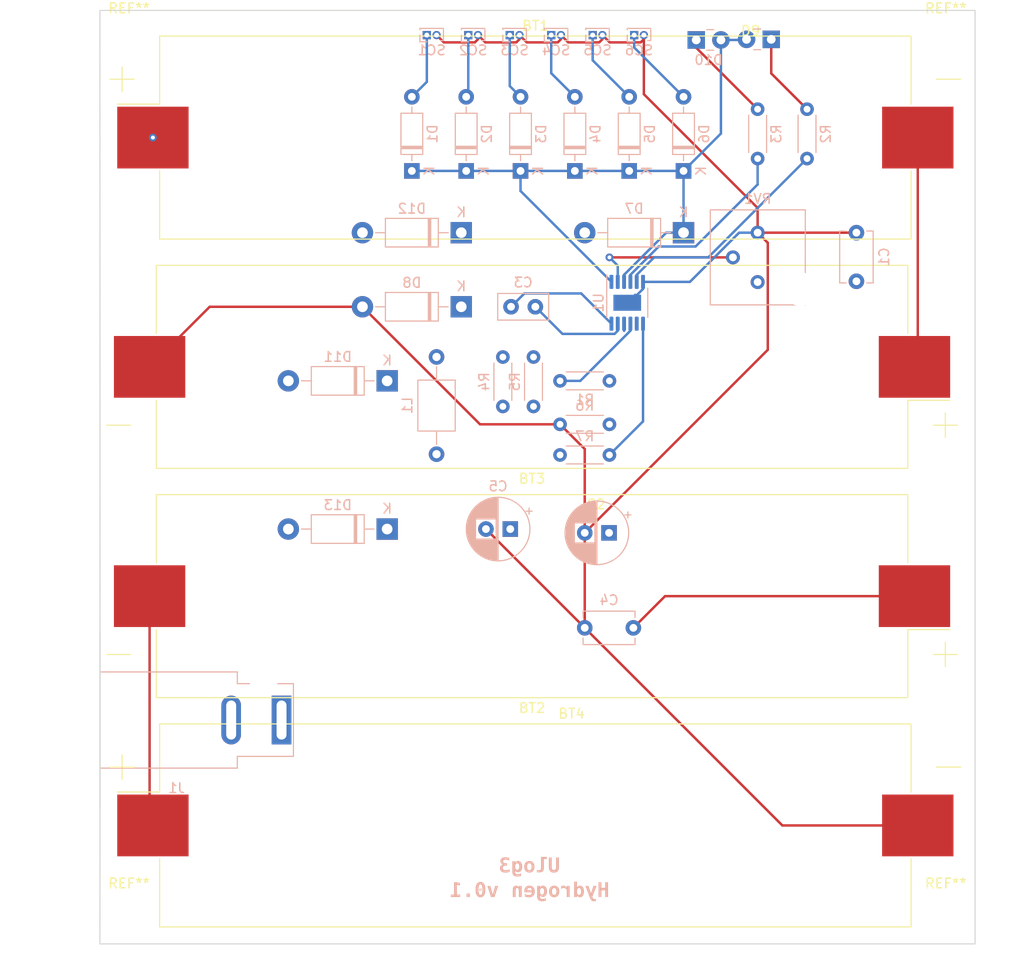
<source format=kicad_pcb>
(kicad_pcb (version 20240108) (generator "pcbnew") (generator_version "8.0")
  (layers (0 "F.Cu" signal) (1 "In1.Cu" signal) (2 "In2.Cu" signal) (31 "B.Cu" signal) (34 "B.Paste" user) (35 "F.Paste" user) (36 "B.SilkS" user "B.Silkscreen") (37 "F.SilkS" user "F.Silkscreen") (38 "B.Mask" user) (39 "F.Mask" user) (44 "Edge.Cuts" user))
  (net 0 "")
  (net 1 "Net-(BT1-+)")
  (net 2 "Net-(BT1--)")
  (net 3 "Net-(BT2--)")
  (net 4 "GND")
  (net 5 "/BatteryCharger/in")
  (net 6 "Net-(D11-K)")
  (net 7 "Net-(D8-K)")
  (net 8 "Net-(D1-A)")
  (net 9 "Net-(D2-A)")
  (net 10 "Net-(D3-A)")
  (net 11 "Net-(D4-A)")
  (net 12 "Net-(D5-A)")
  (net 13 "Net-(D6-A)")
  (net 14 "Net-(D7-A)")
  (net 15 "Net-(D9-K)")
  (net 16 "Net-(D10-K)")
  (net 17 "VBUS")
  (net 18 "Net-(U1-SENSE)")
  (net 19 "Net-(R1-Pad2)")
  (net 20 "/BatteryCharger/fault")
  (net 21 "/BatteryCharger/chrg")
  (net 22 "Net-(U1-V_{FB})")
  (net 23 "Net-(U1-V_{IN_REG})")
  (footprint "MountingHole:MountingHole_2.1mm" (layer "F.Cu") (at 103 126)
    (property "Reference" "REF**" (at 0 -3.2 0) (layer "F.SilkS"))
    (property "Value" "MountingHole_2.1mm")
    (pad "" np_thru_hole circle (at 0 0) (size 2.1 2.1) (drill 2.1) (layers "*.Mask" "F.Cu" "In1.Cu" "In2.Cu" "B.Cu"))
  )
  (footprint "Battery:BatteryHolder_Keystone_1042_1x18650" (layer "F.Cu") (at 144.44 93.26 180)
    (property "Reference" "BT2" (at 0 -11.5 0) (layer "F.SilkS"))
    (property "Value" "Battery_Cell")
    (pad "" np_thru_hole circle (at -35.93 -8 180) (size 2.39 2.39) (drill 2.39) (layers "*.Cu" "*.Mask"))
    (pad "" np_thru_hole circle (at -27.6 8 180) (size 3.45 3.45) (drill 3.45) (layers "*.Cu" "*.Mask"))
    (pad "" np_thru_hole circle (at 27.6 -8 180) (size 3.45 3.45) (drill 3.45) (layers "*.Cu" "*.Mask"))
    (pad "1" smd rect (at -39.33 0 180) (size 7.34 6.35) (layers "F.Cu" "F.Paste" "F.Mask") (net 1 "Net-(BT1-+)"))
    (pad "2" smd rect (at 39.33 0 180) (size 7.34 6.35) (layers "F.Cu" "F.Paste" "F.Mask") (net 3 "Net-(BT2--)"))
  )
  (footprint "Battery:BatteryHolder_Keystone_1042_1x18650" (layer "F.Cu") (at 144.78 46.1)
    (property "Reference" "BT1" (at 0 -11.5 0) (layer "F.SilkS"))
    (property "Value" "Battery_Cell")
    (pad "" np_thru_hole circle (at -35.93 -8) (size 2.39 2.39) (drill 2.39) (layers "*.Cu" "*.Mask"))
    (pad "" np_thru_hole circle (at -27.6 8) (size 3.45 3.45) (drill 3.45) (layers "*.Cu" "*.Mask"))
    (pad "" np_thru_hole circle (at 27.6 -8) (size 3.45 3.45) (drill 3.45) (layers "*.Cu" "*.Mask"))
    (pad "1" smd rect (at -39.33 0) (size 7.34 6.35) (layers "F.Cu" "F.Paste" "F.Mask") (net 1 "Net-(BT1-+)"))
    (pad "2" smd rect (at 39.33 0) (size 7.34 6.35) (layers "F.Cu" "F.Paste" "F.Mask") (net 2 "Net-(BT1--)"))
  )
  (footprint "MountingHole:MountingHole_2.1mm" (layer "F.Cu") (at 187 126)
    (property "Reference" "REF**" (at 0 -3.2 0) (layer "F.SilkS"))
    (property "Value" "MountingHole_2.1mm")
    (pad "" np_thru_hole circle (at 0 0) (size 2.1 2.1) (drill 2.1) (layers "*.Mask" "F.Cu" "In1.Cu" "In2.Cu" "B.Cu"))
  )
  (footprint "Battery:BatteryHolder_Keystone_1042_1x18650" (layer "F.Cu") (at 144.78 116.84)
    (property "Reference" "BT4" (at 3.72 -11.5 0) (layer "F.SilkS"))
    (property "Value" "Battery_Cell")
    (pad "" np_thru_hole circle (at -35.93 -8) (size 2.39 2.39) (drill 2.39) (layers "*.Cu" "*.Mask"))
    (pad "" np_thru_hole circle (at -27.6 8) (size 3.45 3.45) (drill 3.45) (layers "*.Cu" "*.Mask"))
    (pad "" np_thru_hole circle (at 27.6 -8) (size 3.45 3.45) (drill 3.45) (layers "*.Cu" "*.Mask"))
    (pad "1" smd rect (at -39.33 0) (size 7.34 6.35) (layers "F.Cu" "F.Paste" "F.Mask") (net 3 "Net-(BT2--)"))
    (pad "2" smd rect (at 39.33 0) (size 7.34 6.35) (layers "F.Cu" "F.Paste" "F.Mask") (net 4 "GND"))
  )
  (footprint "MountingHole:MountingHole_2.1mm" (layer "F.Cu") (at 187 36)
    (property "Reference" "REF**" (at 0 -3.2 0) (layer "F.SilkS"))
    (property "Value" "MountingHole_2.1mm")
    (pad "" np_thru_hole circle (at 0 0) (size 2.1 2.1) (drill 2.1) (layers "*.Cu" "*.Mask"))
  )
  (footprint "MountingHole:MountingHole_2.1mm" (layer "F.Cu") (at 103 36)
    (property "Reference" "REF**" (at 0 -3.2 0) (layer "F.SilkS"))
    (property "Value" "MountingHole_2.1mm")
    (pad "" np_thru_hole circle (at 0 0) (size 2.1 2.1) (drill 2.1) (layers "*.Mask" "F.Cu" "In1.Cu" "In2.Cu" "B.Cu"))
  )
  (footprint "Battery:BatteryHolder_Keystone_1042_1x18650" (layer "F.Cu") (at 144.44 69.68 180)
    (property "Reference" "BT3" (at 0 -11.5 0) (layer "F.SilkS"))
    (property "Value" "Battery_Cell")
    (pad "" np_thru_hole circle (at -35.93 -8 180) (size 2.39 2.39) (drill 2.39) (layers "*.Cu" "*.Mask"))
    (pad "" np_thru_hole circle (at -27.6 8 180) (size 3.45 3.45) (drill 3.45) (layers "*.Cu" "*.Mask"))
    (pad "" np_thru_hole circle (at 27.6 -8 180) (size 3.45 3.45) (drill 3.45) (layers "*.Cu" "*.Mask"))
    (pad "1" smd rect (at -39.33 0 180) (size 7.34 6.35) (layers "F.Cu" "F.Paste" "F.Mask") (net 2 "Net-(BT1--)"))
    (pad "2" smd rect (at 39.33 0 180) (size 7.34 6.35) (layers "F.Cu" "F.Paste" "F.Mask") (net 4 "GND"))
  )
  (footprint "Diode_THT:D_DO-35_SOD27_P7.62mm_Horizontal" (layer "B.Cu") (at 160.02 49.53 90)
    (property "Reference" "D6" (at 3.81 2.12 90) (layer "B.SilkS") (effects (justify mirror)))
    (property "Value" "D_Schottky")
    (fp_text user "K" (at 0 1.8 90) (layer "B.SilkS") (effects (justify mirror)))
    (pad "1" thru_hole rect (at 0 0 90) (size 1.6 1.6) (drill 0.8) (layers "*.Cu" "*.Mask") (net 5 "/BatteryCharger/in"))
    (pad "2" thru_hole oval (at 7.62 0 90) (size 1.6 1.6) (drill 0.8) (layers "*.Cu" "*.Mask") (net 13 "Net-(D6-A)"))
  )
  (footprint "Connector_PinHeader_1.00mm:PinHeader_2x01_P1.00mm_Vertical" (layer "B.Cu") (at 146.412 35.56)
    (property "Reference" "SC4" (at 0.5 1.56 0) (layer "B.SilkS") (effects (justify mirror)))
    (property "Value" "Solar_Cells")
    (pad "1" thru_hole rect (at 0 0) (size 0.85 0.85) (drill 0.5) (layers "*.Cu" "*.Mask") (net 11 "Net-(D4-A)"))
    (pad "2" thru_hole oval (at 1 0) (size 0.85 0.85) (drill 0.5) (layers "*.Cu" "*.Mask") (net 4 "GND"))
  )
  (footprint "Inductor_THT:L_Axial_L5.0mm_D3.6mm_P10.00mm_Horizontal_Murata_BL01RN1A2A2" (layer "B.Cu") (at 134.62 68.66 -90)
    (property "Reference" "L1" (at 5 3 90) (layer "B.SilkS") (effects (justify mirror)))
    (property "Value" "68uH")
    (pad "1" thru_hole circle (at 0 0 270) (size 1.6 1.6) (drill 0.85) (layers "*.Cu" "*.Mask") (net 7 "Net-(D8-K)"))
    (pad "2" thru_hole oval (at 10 0 270) (size 1.6 1.6) (drill 0.85) (layers "*.Cu" "*.Mask") (net 18 "Net-(U1-SENSE)"))
  )
  (footprint "Connector_BarrelJack:BarrelJack_SwitchcraftConxall_RAPC10U_Horizontal" (layer "B.Cu") (at 118.68 106)
    (property "Reference" "J1" (at -10.8 7 0) (layer "B.SilkS") (effects (justify mirror)))
    (property "Value" "Barrel_Jack")
    (fp_line (start -18.67 9) (end -18.67 -9) (stroke (width 0.12)) (layer "Edge.Cuts"))
    (pad "1" thru_hole rect (at 0 0) (size 2.02 5.02) (drill oval 1.02 4.02) (layers "*.Cu" "*.Mask") (net 14 "Net-(D7-A)"))
    (pad "2" thru_hole oval (at -5.18 0) (size 2.02 5.02) (drill oval 1.02 4.02) (layers "*.Cu" "*.Mask") (net 4 "GND"))
  )
  (footprint "Resistor_THT:R_Axial_DIN0204_L3.6mm_D1.6mm_P5.08mm_Horizontal" (layer "B.Cu") (at 141.44 68.67 -90)
    (property "Reference" "R4" (at 2.54 1.92 90) (layer "B.SilkS") (effects (justify mirror)))
    (property "Value" "0.22")
    (pad "1" thru_hole circle (at 0 0 270) (size 1.4 1.4) (drill 0.7) (layers "*.Cu" "*.Mask") (net 18 "Net-(U1-SENSE)"))
    (pad "2" thru_hole oval (at 5.08 0 270) (size 1.4 1.4) (drill 0.7) (layers "*.Cu" "*.Mask") (net 1 "Net-(BT1-+)"))
  )
  (footprint "Capacitor_THT:C_Disc_D5.1mm_W3.2mm_P5.00mm" (layer "B.Cu") (at 177.8 60.88 90)
    (property "Reference" "C1" (at 2.5 2.85 90) (layer "B.SilkS") (effects (justify mirror)))
    (property "Value" "10uF")
    (pad "1" thru_hole circle (at 0 0 90) (size 1.6 1.6) (drill 0.8) (layers "*.Cu" "*.Mask") (net 5 "/BatteryCharger/in"))
    (pad "2" thru_hole circle (at 5 0 90) (size 1.6 1.6) (drill 0.8) (layers "*.Cu" "*.Mask") (net 4 "GND"))
  )
  (footprint "Diode_THT:D_DO-41_SOD81_P10.16mm_Horizontal" (layer "B.Cu") (at 129.54 86.36 180)
    (property "Reference" "D13" (at 5.08 2.47 0) (layer "B.SilkS") (effects (justify mirror)))
    (property "Value" "1N5819")
    (fp_text user "K" (at 0 2.1 0) (layer "B.SilkS") (effects (justify mirror)))
    (pad "1" thru_hole rect (at 0 0 180) (size 2.2 2.2) (drill 1.1) (layers "*.Cu" "*.Mask") (net 17 "VBUS"))
    (pad "2" thru_hole oval (at 10.16 0 180) (size 2.2 2.2) (drill 1.1) (layers "*.Cu" "*.Mask") (net 1 "Net-(BT1-+)"))
  )
  (footprint "Resistor_THT:R_Axial_DIN0204_L3.6mm_D1.6mm_P5.08mm_Horizontal" (layer "B.Cu") (at 152.4 75.59 180)
    (property "Reference" "R6" (at 2.54 1.92 0) (layer "B.SilkS") (effects (justify mirror)))
    (property "Value" "446k")
    (pad "1" thru_hole circle (at 0 0 180) (size 1.4 1.4) (drill 0.7) (layers "*.Cu" "*.Mask") (net 19 "Net-(R1-Pad2)"))
    (pad "2" thru_hole oval (at 5.08 0 180) (size 1.4 1.4) (drill 0.7) (layers "*.Cu" "*.Mask") (net 4 "GND"))
  )
  (footprint "Resistor_THT:R_Axial_DIN0204_L3.6mm_D1.6mm_P5.08mm_Horizontal" (layer "B.Cu") (at 147.32 71.12)
    (property "Reference" "R1" (at 2.54 1.92 0) (layer "B.SilkS") (effects (justify mirror)))
    (property "Value" "568k")
    (pad "1" thru_hole circle (at 0 0) (size 1.4 1.4) (drill 0.7) (layers "*.Cu" "*.Mask") (net 1 "Net-(BT1-+)"))
    (pad "2" thru_hole oval (at 5.08 0) (size 1.4 1.4) (drill 0.7) (layers "*.Cu" "*.Mask") (net 19 "Net-(R1-Pad2)"))
  )
  (footprint "Capacitor_THT:CP_Radial_D6.3mm_P2.50mm" (layer "B.Cu") (at 152.36 86.75 180)
    (property "Reference" "C2" (at 1.353569 2.93 0) (layer "F.SilkS"))
    (property "Value" "100uF")
    (pad "1" thru_hole rect (at 0 0 180) (size 1.6 1.6) (drill 0.8) (layers "*.Cu" "*.Mask") (net 1 "Net-(BT1-+)"))
    (pad "2" thru_hole circle (at 2.5 0 180) (size 1.6 1.6) (drill 0.8) (layers "*.Cu" "*.Mask") (net 4 "GND"))
  )
  (footprint "Capacitor_THT:CP_Radial_D6.3mm_P2.50mm" (layer "B.Cu") (at 142.2 86.36 180)
    (property "Reference" "C5" (at 1.25 4.4 0) (layer "B.SilkS") (effects (justify mirror)))
    (property "Value" "100uF 16v")
    (pad "1" thru_hole rect (at 0 0 180) (size 1.6 1.6) (drill 0.8) (layers "*.Cu" "*.Mask") (net 1 "Net-(BT1-+)"))
    (pad "2" thru_hole circle (at 2.5 0 180) (size 1.6 1.6) (drill 0.8) (layers "*.Cu" "*.Mask") (net 4 "GND"))
  )
  (footprint "Potentiometer_THT:Potentiometer_Bourns_3386P_Vertical" (layer "B.Cu") (at 167.64 60.96 180)
    (property "Reference" "RV1" (at -0.015 8.555 0) (layer "B.SilkS") (effects (justify mirror)))
    (property "Value" "10k")
    (pad "1" thru_hole circle (at 0 0 180) (size 1.44 1.44) (drill 0.8) (layers "*.Cu" "*.Mask") (net 5 "/BatteryCharger/in"))
    (pad "2" thru_hole circle (at 2.54 2.54 180) (size 1.44 1.44) (drill 0.8) (layers "*.Cu" "*.Mask") (net 23 "Net-(U1-V_{IN_REG})"))
    (pad "3" thru_hole circle (at 0 5.08 180) (size 1.44 1.44) (drill 0.8) (layers "*.Cu" "*.Mask") (net 4 "GND"))
  )
  (footprint "Resistor_THT:R_Axial_DIN0204_L3.6mm_D1.6mm_P5.08mm_Horizontal" (layer "B.Cu") (at 144.59 68.67 -90)
    (property "Reference" "R5" (at 2.54 1.92 90) (layer "B.SilkS") (effects (justify mirror)))
    (property "Value" "0.5")
    (pad "1" thru_hole circle (at 0 0 270) (size 1.4 1.4) (drill 0.7) (layers "*.Cu" "*.Mask") (net 1 "Net-(BT1-+)"))
    (pad "2" thru_hole oval (at 5.08 0 270) (size 1.4 1.4) (drill 0.7) (layers "*.Cu" "*.Mask") (net 18 "Net-(U1-SENSE)"))
  )
  (footprint "Diode_THT:D_DO-41_SOD81_P10.16mm_Horizontal" (layer "B.Cu") (at 160.02 55.88 180)
    (property "Reference" "D7" (at 5.08 2.47 0) (layer "B.SilkS") (effects (justify mirror)))
    (property "Value" "1N5819")
    (fp_text user "K" (at 0 2.1 0) (layer "B.SilkS") (effects (justify mirror)))
    (pad "1" thru_hole rect (at 0 0 180) (size 2.2 2.2) (drill 1.1) (layers "*.Cu" "*.Mask") (net 5 "/BatteryCharger/in"))
    (pad "2" thru_hole oval (at 10.16 0 180) (size 2.2 2.2) (drill 1.1) (layers "*.Cu" "*.Mask") (net 14 "Net-(D7-A)"))
  )
  (footprint "Diode_THT:D_DO-41_SOD81_P10.16mm_Horizontal" (layer "B.Cu") (at 129.54 71.12 180)
    (property "Reference" "D11" (at 5.08 2.47 0) (layer "B.SilkS") (effects (justify mirror)))
    (property "Value" "1N5819")
    (fp_text user "K" (at 0 2.1 0) (layer "B.SilkS") (effects (justify mirror)))
    (pad "1" thru_hole rect (at 0 0 180) (size 2.2 2.2) (drill 1.1) (layers "*.Cu" "*.Mask") (net 6 "Net-(D11-K)"))
    (pad "2" thru_hole oval (at 10.16 0 180) (size 2.2 2.2) (drill 1.1) (layers "*.Cu" "*.Mask") (net 1 "Net-(BT1-+)"))
  )
  (footprint "Diode_THT:D_DO-35_SOD27_P7.62mm_Horizontal" (layer "B.Cu") (at 137.668 49.53 90)
    (property "Reference" "D2" (at 3.81 2.12 90) (layer "B.SilkS") (effects (justify mirror)))
    (property "Value" "D_Schottky")
    (fp_text user "K" (at 0 1.8 90) (layer "B.SilkS") (effects (justify mirror)))
    (pad "1" thru_hole rect (at 0 0 90) (size 1.6 1.6) (drill 0.8) (layers "*.Cu" "*.Mask") (net 5 "/BatteryCharger/in"))
    (pad "2" thru_hole oval (at 7.62 0 90) (size 1.6 1.6) (drill 0.8) (layers "*.Cu" "*.Mask") (net 9 "Net-(D2-A)"))
  )
  (footprint "Resistor_THT:R_Axial_DIN0204_L3.6mm_D1.6mm_P5.08mm_Horizontal" (layer "B.Cu") (at 152.4 78.74 180)
    (property "Reference" "R7" (at 2.54 1.92 0) (layer "B.SilkS") (effects (justify mirror)))
    (property "Value" "200k")
    (pad "1" thru_hole circle (at 0 0 180) (size 1.4 1.4) (drill 0.7) (layers "*.Cu" "*.Mask") (net 22 "Net-(U1-V_{FB})"))
    (pad "2" thru_hole oval (at 5.08 0 180) (size 1.4 1.4) (drill 0.7) (layers "*.Cu" "*.Mask") (net 19 "Net-(R1-Pad2)"))
  )
  (footprint "Diode_THT:D_DO-41_SOD81_P10.16mm_Horizontal" (layer "B.Cu") (at 137.16 55.88 180)
    (property "Reference" "D12" (at 5.08 2.47 0) (layer "B.SilkS") (effects (justify mirror)))
    (property "Value" "1N5819")
    (fp_text user "K" (at 0 2.1 0) (layer "B.SilkS") (effects (justify mirror)))
    (pad "1" thru_hole rect (at 0 0 180) (size 2.2 2.2) (drill 1.1) (layers "*.Cu" "*.Mask") (net 17 "VBUS"))
    (pad "2" thru_hole oval (at 10.16 0 180) (size 2.2 2.2) (drill 1.1) (layers "*.Cu" "*.Mask") (net 5 "/BatteryCharger/in"))
  )
  (footprint "Diode_THT:D_DO-35_SOD27_P7.62mm_Horizontal" (layer "B.Cu") (at 143.256 49.53 90)
    (property "Reference" "D3" (at 3.81 2.12 90) (layer "B.SilkS") (effects (justify mirror)))
    (property "Value" "D_Schottky")
    (fp_text user "K" (at 0 1.8 90) (layer "B.SilkS") (effects (justify mirror)))
    (pad "1" thru_hole rect (at 0 0 90) (size 1.6 1.6) (drill 0.8) (layers "*.Cu" "*.Mask") (net 5 "/BatteryCharger/in"))
    (pad "2" thru_hole oval (at 7.62 0 90) (size 1.6 1.6) (drill 0.8) (layers "*.Cu" "*.Mask") (net 10 "Net-(D3-A)"))
  )
  (footprint "Diode_THT:D_DO-35_SOD27_P7.62mm_Horizontal" (layer "B.Cu") (at 148.844 49.53 90)
    (property "Reference" "D4" (at 3.81 2.12 90) (layer "B.SilkS") (effects (justify mirror)))
    (property "Value" "D_Schottky")
    (fp_text user "K" (at 0 1.8 90) (layer "B.SilkS") (effects (justify mirror)))
    (pad "1" thru_hole rect (at 0 0 90) (size 1.6 1.6) (drill 0.8) (layers "*.Cu" "*.Mask") (net 5 "/BatteryCharger/in"))
    (pad "2" thru_hole oval (at 7.62 0 90) (size 1.6 1.6) (drill 0.8) (layers "*.Cu" "*.Mask") (net 11 "Net-(D4-A)"))
  )
  (footprint "Connector_PinHeader_1.00mm:PinHeader_2x01_P1.00mm_Vertical" (layer "B.Cu") (at 142.148 35.56)
    (property "Reference" "SC3" (at 0.5 1.56 0) (layer "B.SilkS") (effects (justify mirror)))
    (property "Value" "Solar_Cells")
    (pad "1" thru_hole rect (at 0 0) (size 0.85 0.85) (drill 0.5) (layers "*.Cu" "*.Mask") (net 10 "Net-(D3-A)"))
    (pad "2" thru_hole oval (at 1 0) (size 0.85 0.85) (drill 0.5) (layers "*.Cu" "*.Mask") (net 4 "GND"))
  )
  (footprint "Resistor_THT:R_Axial_DIN0204_L3.6mm_D1.6mm_P5.08mm_Horizontal" (layer "B.Cu") (at 167.64 48.26 90)
    (property "Reference" "R3" (at 2.54 1.92 90) (layer "B.SilkS") (effects (justify mirror)))
    (property "Value" "1k")
    (pad "1" thru_hole circle (at 0 0 90) (size 1.4 1.4) (drill 0.7) (layers "*.Cu" "*.Mask") (net 21 "/BatteryCharger/chrg"))
    (pad "2" thru_hole oval (at 5.08 0 90) (size 1.4 1.4) (drill 0.7) (layers "*.Cu" "*.Mask") (net 16 "Net-(D10-K)"))
  )
  (footprint "Diode_THT:D_DO-35_SOD27_P7.62mm_Horizontal" (layer "B.Cu") (at 154.432 49.53 90)
    (property "Reference" "D5" (at 3.81 2.12 90) (layer "B.SilkS") (effects (justify mirror)))
    (property "Value" "D_Schottky")
    (fp_text user "K" (at 0 1.8 90) (layer "B.SilkS") (effects (justify mirror)))
    (pad "1" thru_hole rect (at 0 0 90) (size 1.6 1.6) (drill 0.8) (layers "*.Cu" "*.Mask") (net 5 "/BatteryCharger/in"))
    (pad "2" thru_hole oval (at 7.62 0 90) (size 1.6 1.6) (drill 0.8) (layers "*.Cu" "*.Mask") (net 12 "Net-(D5-A)"))
  )
  (footprint "Diode_THT:D_DO-41_SOD81_P10.16mm_Horizontal" (layer "B.Cu") (at 137.16 63.5 180)
    (property "Reference" "D8" (at 5.08 2.47 0) (layer "B.SilkS") (effects (justify mirror)))
    (property "Value" "1N5819")
    (fp_text user "K" (at 0 2.1 0) (layer "B.SilkS") (effects (justify mirror)))
    (pad "1" thru_hole rect (at 0 0 180) (size 2.2 2.2) (drill 1.1) (layers "*.Cu" "*.Mask") (net 7 "Net-(D8-K)"))
    (pad "2" thru_hole oval (at 10.16 0 180) (size 2.2 2.2) (drill 1.1) (layers "*.Cu" "*.Mask") (net 4 "GND"))
  )
  (footprint "Connector_PinHeader_1.00mm:PinHeader_2x01_P1.00mm_Vertical" (layer "B.Cu") (at 154.94 35.56)
    (property "Reference" "SC6" (at 0.5 1.56 0) (layer "B.SilkS") (effects (justify mirror)))
    (property "Value" "Solar_Cells")
    (pad "1" thru_hole rect (at 0 0) (size 0.85 0.85) (drill 0.5) (layers "*.Cu" "*.Mask") (net 13 "Net-(D6-A)"))
    (pad "2" thru_hole oval (at 1 0) (size 0.85 0.85) (drill 0.5) (layers "*.Cu" "*.Mask") (net 4 "GND"))
  )
  (footprint "Capacitor_THT:C_Disc_D5.1mm_W3.2mm_P5.00mm" (layer "B.Cu") (at 154.86 96.52 180)
    (property "Reference" "C4" (at 2.5 2.85 0) (layer "B.SilkS") (effects (justify mirror)))
    (property "Value" "10uF")
    (pad "1" thru_hole circle (at 0 0 180) (size 1.6 1.6) (drill 0.8) (layers "*.Cu" "*.Mask") (net 1 "Net-(BT1-+)"))
    (pad "2" thru_hole circle (at 5 0 180) (size 1.6 1.6) (drill 0.8) (layers "*.Cu" "*.Mask") (net 4 "GND"))
  )
  (footprint "Connector_PinHeader_1.00mm:PinHeader_2x01_P1.00mm_Vertical" (layer "B.Cu") (at 137.884 35.56)
    (property "Reference" "SC2" (at 0.5 1.56 0) (layer "B.SilkS") (effects (justify mirror)))
    (property "Value" "Solar_Cells")
    (pad "1" thru_hole rect (at 0 0) (size 0.85 0.85) (drill 0.5) (layers "*.Cu" "*.Mask") (net 9 "Net-(D2-A)"))
    (pad "2" thru_hole oval (at 1 0) (size 0.85 0.85) (drill 0.5) (layers "*.Cu" "*.Mask") (net 4 "GND"))
  )
  (footprint "Capacitor_THT:C_Disc_D5.0mm_W2.5mm_P2.50mm" (layer "B.Cu") (at 144.78 63.5 180)
    (property "Reference" "C3" (at 1.25 2.5 0) (layer "B.SilkS") (effects (justify mirror)))
    (property "Value" "1uF")
    (pad "1" thru_hole circle (at 0 0 180) (size 1.6 1.6) (drill 0.8) (layers "*.Cu" "*.Mask") (net 6 "Net-(D11-K)"))
    (pad "2" thru_hole circle (at 2.5 0 180) (size 1.6 1.6) (drill 0.8) (layers "*.Cu" "*.Mask") (net 7 "Net-(D8-K)"))
  )
  (footprint "Connector_PinHeader_1.00mm:PinHeader_2x01_P1.00mm_Vertical" (layer "B.Cu") (at 150.676 35.56)
    (property "Reference" "SC5" (at 0.5 1.56 0) (layer "B.SilkS") (effects (justify mirror)))
    (property "Value" "Solar_Cells")
    (pad "1" thru_hole rect (at 0 0) (size 0.85 0.85) (drill 0.5) (layers "*.Cu" "*.Mask") (net 12 "Net-(D5-A)"))
    (pad "2" thru_hole oval (at 1 0) (size 0.85 0.85) (drill 0.5) (layers "*.Cu" "*.Mask") (net 4 "GND"))
  )
  (footprint "LED_THT:LED_Rectangular_W3.0mm_H2.0mm" (layer "B.Cu") (at 161.325 36.06)
    (property "Reference" "D10" (at 1.27 2.06 0) (layer "B.SilkS") (effects (justify mirror)))
    (property "Value" "LED")
    (pad "1" thru_hole rect (at 0 0) (size 1.8 1.8) (drill 0.9) (layers "*.Cu" "*.Mask") (net 16 "Net-(D10-K)"))
    (pad "2" thru_hole circle (at 2.54 0) (size 1.8 1.8) (drill 0.9) (layers "*.Cu" "*.Mask") (net 5 "/BatteryCharger/in"))
  )
  (footprint "Resistor_THT:R_Axial_DIN0204_L3.6mm_D1.6mm_P5.08mm_Horizontal" (layer "B.Cu") (at 172.72 48.26 90)
    (property "Reference" "R2" (at 2.54 1.92 90) (layer "B.SilkS") (effects (justify mirror)))
    (property "Value" "1k")
    (pad "1" thru_hole circle (at 0 0 90) (size 1.4 1.4) (drill 0.7) (layers "*.Cu" "*.Mask") (net 20 "/BatteryCharger/fault"))
    (pad "2" thru_hole oval (at 5.08 0 90) (size 1.4 1.4) (drill 0.7) (layers "*.Cu" "*.Mask") (net 15 "Net-(D9-K)"))
  )
  (footprint "Package_SO:MSOP-12-1EP_3x4mm_P0.65mm_EP1.65x2.85mm" (layer "B.Cu") (at 154.23 63.09 -90)
    (property "Reference" "U1" (at 0 2.95 90) (layer "B.SilkS") (effects (justify mirror)))
    (property "Value" "LT3652EMSE")
    (pad "1" smd roundrect (at -2.15 1.625 270) (size 1.45 0.4) (layers "B.Cu" "B.Paste" "B.Mask") (net 5 "/BatteryCharger/in"))
    (pad "2" smd roundrect (at -2.15 0.975 270) (size 1.45 0.4) (layers "B.Cu" "B.Paste" "B.Mask") (net 23 "Net-(U1-V_{IN_REG})"))
    (pad "3" smd roundrect (at -2.15 0.325 270) (size 1.45 0.4) (layers "B.Cu" "B.Paste" "B.Mask") (net 5 "/BatteryCharger/in"))
    (pad "4" smd roundrect (at -2.15 -0.325 270) (size 1.45 0.4) (layers "B.Cu" "B.Paste" "B.Mask") (net 21 "/BatteryCharger/chrg"))
    (pad "5" smd roundrect (at -2.15 -0.975 270) (size 1.45 0.4) (layers "B.Cu" "B.Paste" "B.Mask") (net 20 "/BatteryCharger/fault"))
    (pad "6" smd roundrect (at -2.15 -1.625 270) (size 1.45 0.4) (layers "B.Cu" "B.Paste" "B.Mask") (net 4 "GND"))
    (pad "7" smd roundrect (at 2.15 -1.625 270) (size 1.45 0.4) (layers "B.Cu" "B.Paste" "B.Mask") (net 22 "Net-(U1-V_{FB})"))
    (pad "8" smd roundrect (at 2.15 -0.975 270) (size 1.45 0.4) (layers "B.Cu" "B.Paste" "B.Mask"))
    (pad "9" smd roundrect (at 2.15 -0.325 270) (size 1.45 0.4) (layers "B.Cu" "B.Paste" "B.Mask") (net 1 "Net-(BT1-+)"))
    (pad "10" smd roundrect (at 2.15 0.325 270) (size 1.45 0.4) (layers "B.Cu" "B.Paste" "B.Mask") (net 18 "Net-(U1-SENSE)"))
    (pad "11" smd roundrect (at 2.15 0.975 270) (size 1.45 0.4) (layers "B.Cu" "B.Paste" "B.Mask") (net 6 "Net-(D11-K)"))
    (pad "12" smd roundrect (at 2.15 1.625 270) (size 1.45 0.4) (layers "B.Cu" "B.Paste" "B.Mask") (net 7 "Net-(D8-K)"))
    (pad "13" smd rect (at 0 0 270) (size 1.65 2.85) (layers "B.Cu" "B.Mask") (net 4 "GND"))
  )
  (footprint "Diode_THT:D_DO-35_SOD27_P7.62mm_Horizontal" (layer "B.Cu") (at 132.08 49.53 90)
    (property "Reference" "D1" (at 3.81 2.12 90) (layer "B.SilkS") (effects (justify mirror)))
    (property "Value" "D_Schottky")
    (fp_text user "K" (at 0 1.8 90) (layer "B.SilkS") (effects (justify mirror)))
    (pad "1" thru_hole rect (at 0 0 90) (size 1.6 1.6) (drill 0.8) (layers "*.Cu" "*.Mask") (net 5 "/BatteryCharger/in"))
    (pad "2" thru_hole oval (at 7.62 0 90) (size 1.6 1.6) (drill 0.8) (layers "*.Cu" "*.Mask") (net 8 "Net-(D1-A)"))
  )
  (footprint "Connector_PinHeader_1.00mm:PinHeader_2x01_P1.00mm_Vertical" (layer "B.Cu") (at 133.62 35.56)
    (property "Reference" "SC1" (at 0.5 1.56 0) (layer "B.SilkS") (effects (justify mirror)))
    (property "Value" "Solar_Cells")
    (pad "1" thru_hole rect (at 0 0) (size 0.85 0.85) (drill 0.5) (layers "*.Cu" "*.Mask") (net 8 "Net-(D1-A)"))
    (pad "2" thru_hole oval (at 1 0) (size 0.85 0.85) (drill 0.5) (layers "*.Cu" "*.Mask") (net 4 "GND"))
  )
  (footprint "LED_THT:LED_Rectangular_W3.0mm_H2.0mm" (layer "B.Cu") (at 169.04 36 180)
    (property "Reference" "D9" (at 2.12881 0.88 0) (layer "F.SilkS"))
    (property "Value" "LED")
    (pad "1" thru_hole rect (at 0 0 180) (size 1.8 1.8) (drill 0.9) (layers "*.Cu" "*.Mask") (net 15 "Net-(D9-K)"))
    (pad "2" thru_hole circle (at 2.54 0 180) (size 1.8 1.8) (drill 0.9) (layers "*.Cu" "*.Mask") (net 5 "/BatteryCharger/in"))
  )
  (gr_line (start 100 33.02) (end 100.01 97) (stroke (width 0.1)) (layer "Edge.Cuts"))
  (gr_line (start 100.01 115) (end 100 129.02) (stroke (width 0.1)) (layer "Edge.Cuts"))
  (gr_line (start 190 33.02) (end 190 129.02) (stroke (width 0.1)) (layer "Edge.Cuts"))
  (gr_line (start 100 129.02) (end 190 129.02) (stroke (width 0.1)) (layer "Edge.Cuts"))
  (gr_line (start 100 33.02) (end 190 33.02) (stroke (width 0.1)) (layer "Edge.Cuts"))
  (gr_text "Ulog3" (at 147.32 121.92 0) (layer "B.SilkS") (effects (font (size 1.5 1.5) (thickness 0.3) (bold yes)) (justify left bottom mirror)))
  (gr_text "Hydrogen v0.1" (at 152.4 124.46 0) (layer "B.SilkS") (effects (font (size 1.5 1.5) (thickness 0.3) (bold yes)) (justify left bottom mirror)))
  (segment (start 105.45 46.1) (end 106.68 47.33) (width 0.25) (layer "F.Cu") (net 1))
  (segment (start 158.12 93.26) (end 154.86 96.52) (width 0.25) (layer "F.Cu") (net 1))
  (segment (start 183.77 93.26) (end 158.12 93.26) (width 0.25) (layer "F.Cu") (net 1))
  (segment (start 106.68 47.33) (end 106.68 48.26) (width 0.25) (layer "F.Cu") (net 1))
  (via (at 105.45 46.1) (size 0.8) (drill 0.4) (layers "F.Cu" "B.Cu") (net 1))
  (segment (start 149.4 71.12) (end 147.32 71.12) (width 0.25) (layer "B.Cu") (net 1))
  (segment (start 154.555 65.24) (end 154.555 65.965) (width 0.25) (layer "B.Cu") (net 1))
  (segment (start 154.555 65.965) (end 149.4 71.12) (width 0.25) (layer "B.Cu") (net 1))
  (segment (start 184.11 46.1) (end 184.11 69.34) (width 0.25) (layer "F.Cu") (net 2))
  (segment (start 184.11 69.34) (end 183.77 69.68) (width 0.25) (layer "F.Cu") (net 2))
  (segment (start 105.11 93.26) (end 105.11 116.5) (width 0.25) (layer "F.Cu") (net 3))
  (segment (start 105.11 116.5) (end 105.45 116.84) (width 0.25) (layer "F.Cu") (net 3))
  (segment (start 149.86 96.52) (end 170.18 116.84) (width 0.25) (layer "F.Cu") (net 4))
  (segment (start 149.86 78.13) (end 147.32 75.59) (width 0.25) (layer "F.Cu") (net 4))
  (segment (start 155.94 35.985) (end 155.615 36.31) (width 0.25) (layer "F.Cu") (net 4))
  (segment (start 111.29 63.5) (end 105.11 69.68) (width 0.25) (layer "F.Cu") (net 4))
  (segment (start 139.634 36.31) (end 138.884 35.56) (width 0.25) (layer "F.Cu") (net 4))
  (segment (start 167.64 53.34) (end 167.64 55.88) (width 0.25) (layer "F.Cu") (net 4))
  (segment (start 105.11 68.52) (end 105.11 69.68) (width 0.25) (layer "F.Cu") (net 4))
  (segment (start 170.18 116.84) (end 184.11 116.84) (width 0.25) (layer "F.Cu") (net 4))
  (segment (start 155.94 35.56) (end 155.94 35.985) (width 0.25) (layer "F.Cu") (net 4))
  (segment (start 151.351 36.31) (end 148.162 36.31) (width 0.25) (layer "F.Cu") (net 4))
  (segment (start 148.162 36.31) (end 147.412 35.56) (width 0.25) (layer "F.Cu") (net 4))
  (segment (start 167.64 55.88) (end 168.685 56.925) (width 0.25) (layer "F.Cu") (net 4))
  (segment (start 149.86 86.75) (end 149.86 78.13) (width 0.25) (layer "F.Cu") (net 4))
  (segment (start 149.86 86.75) (end 149.86 96.52) (width 0.25) (layer "F.Cu") (net 4))
  (segment (start 139.09 75.59) (end 127 63.5) (width 0.25) (layer "F.Cu") (net 4))
  (segment (start 143.148 35.985) (end 142.823 36.31) (width 0.25) (layer "F.Cu") (net 4))
  (segment (start 168.685 67.925) (end 149.86 86.75) (width 0.25) (layer "F.Cu") (net 4))
  (segment (start 147.087 36.31) (end 143.898 36.31) (width 0.25) (layer "F.Cu") (net 4))
  (segment (start 152.426 36.31) (end 151.676 35.56) (width 0.25) (layer "F.Cu") (net 4))
  (segment (start 155.94 35.56) (end 155.94 41.64) (width 0.25) (layer "F.Cu") (net 4))
  (segment (start 138.559 36.31) (end 135.37 36.31) (width 0.25) (layer "F.Cu") (net 4))
  (segment (start 168.685 56.925) (end 168.685 67.925) (width 0.25) (layer "F.Cu") (net 4))
  (segment (start 151.676 35.985) (end 151.351 36.31) (width 0.25) (layer "F.Cu") (net 4))
  (segment (start 143.148 35.56) (end 143.148 35.985) (width 0.25) (layer "F.Cu") (net 4))
  (segment (start 127 63.5) (end 111.29 63.5) (width 0.25) (layer "F.Cu") (net 4))
  (segment (start 151.676 35.56) (end 151.676 35.985) (width 0.25) (layer "F.Cu") (net 4))
  (segment (start 135.37 36.31) (end 134.62 35.56) (width 0.25) (layer "F.Cu") (net 4))
  (segment (start 138.884 35.56) (end 138.884 35.985) (width 0.25) (layer "F.Cu") (net 4))
  (segment (start 147.412 35.985) (end 147.087 36.31) (width 0.25) (layer "F.Cu") (net 4))
  (segment (start 147.412 35.56) (end 147.412 35.985) (width 0.25) (layer "F.Cu") (net 4))
  (segment (start 138.884 35.985) (end 138.559 36.31) (width 0.25) (layer "F.Cu") (net 4))
  (segment (start 143.898 36.31) (end 143.148 35.56) (width 0.25) (layer "F.Cu") (net 4))
  (segment (start 149.86 96.52) (end 139.7 86.36) (width 0.25) (layer "F.Cu") (net 4))
  (segment (start 155.94 41.64) (end 167.64 53.34) (width 0.25) (layer "F.Cu") (net 4))
  (segment (start 177.8 55.88) (end 167.64 55.88) (width 0.25) (layer "F.Cu") (net 4))
  (segment (start 142.823 36.31) (end 139.634 36.31) (width 0.25) (layer "F.Cu") (net 4))
  (segment (start 147.32 75.59) (end 139.09 75.59) (width 0.25) (layer "F.Cu") (net 4))
  (segment (start 155.615 36.31) (end 152.426 36.31) (width 0.25) (layer "F.Cu") (net 4))
  (segment (start 155.855 60.94) (end 155.855 61.665) (width 0.25) (layer "B.Cu") (net 4))
  (segment (start 167.64 55.88) (end 165.736396 55.88) (width 0.25) (layer "B.Cu") (net 4))
  (segment (start 154.43 63.09) (end 154.23 63.09) (width 0.25) (layer "B.Cu") (net 4))
  (segment (start 160.676396 60.94) (end 155.855 60.94) (width 0.25) (layer "B.Cu") (net 4))
  (segment (start 154.23 63.09) (end 155.055 62.265) (width 0.25) (layer "B.Cu") (net 4))
  (segment (start 155.855 61.665) (end 154.43 63.09) (width 0.25) (layer "B.Cu") (net 4))
  (segment (start 165.736396 55.88) (end 160.676396 60.94) (width 0.25) (layer "B.Cu") (net 4))
  (segment (start 158.24 55.88) (end 160.02 55.88) (width 0.25) (layer "B.Cu") (net 5))
  (segment (start 163.865 45.685) (end 160.02 49.53) (width 0.25) (layer "B.Cu") (net 5))
  (segment (start 152.605 60.94) (end 143.256 51.591) (width 0.25) (layer "B.Cu") (net 5))
  (segment (start 163.865 36.06) (end 166.44 36.06) (width 0.25) (layer "B.Cu") (net 5))
  (segment (start 160.02 49.53) (end 160.02 55.88) (width 0.25) (layer "B.Cu") (net 5))
  (segment (start 153.905 60.94) (end 153.905 60.215) (width 0.25) (layer "B.Cu") (net 5))
  (segment (start 166.44 36.06) (end 166.5 36) (width 0.25) (layer "B.Cu") (net 5))
  (segment (start 143.256 51.591) (end 143.256 49.53) (width 0.25) (layer "B.Cu") (net 5))
  (segment (start 163.865 36.06) (end 163.865 45.685) (width 0.25) (layer "B.Cu") (net 5))
  (segment (start 160.02 49.53) (end 132.08 49.53) (width 0.25) (layer "B.Cu") (net 5))
  (segment (start 153.905 60.215) (end 158.24 55.88) (width 0.25) (layer "B.Cu") (net 5))
  (segment (start 152.93 66.29) (end 147.57 66.29) (width 0.25) (layer "B.Cu") (net 6))
  (segment (start 153.255 65.965) (end 152.93 66.29) (width 0.25) (layer "B.Cu") (net 6))
  (segment (start 153.255 65.24) (end 153.255 65.965) (width 0.25) (layer "B.Cu") (net 6))
  (segment (start 147.57 66.29) (end 144.78 63.5) (width 0.25) (layer "B.Cu") (net 6))
  (segment (start 152.605 65.24) (end 149.49538 62.13038) (width 0.25) (layer "B.Cu") (net 7))
  (segment (start 149.49538 62.13038) (end 143.64962 62.13038) (width 0.25) (layer "B.Cu") (net 7))
  (segment (start 143.64962 62.13038) (end 142.28 63.5) (width 0.25) (layer "B.Cu") (net 7))
  (segment (start 133.62 40.37) (end 132.08 41.91) (width 0.25) (layer "B.Cu") (net 8))
  (segment (start 133.62 35.56) (end 133.62 40.37) (width 0.25) (layer "B.Cu") (net 8))
  (segment (start 137.884 41.694) (end 137.668 41.91) (width 0.25) (layer "F.Cu") (net 9))
  (segment (start 137.884 35.56) (end 137.884 41.694) (width 0.25) (layer "B.Cu") (net 9))
  (segment (start 137.884 41.694) (end 137.668 41.91) (width 0.25) (layer "B.Cu") (net 9))
  (segment (start 142.148 35.56) (end 142.148 40.802) (width 0.25) (layer "B.Cu") (net 10))
  (segment (start 142.148 40.802) (end 143.256 41.91) (width 0.25) (layer "B.Cu") (net 10))
  (segment (start 146.412 35.56) (end 146.412 39.478) (width 0.25) (layer "B.Cu") (net 11))
  (segment (start 146.412 39.478) (end 148.844 41.91) (width 0.25) (layer "B.Cu") (net 11))
  (segment (start 150.676 38.154) (end 154.432 41.91) (width 0.25) (layer "B.Cu") (net 12))
  (segment (start 150.676 35.56) (end 150.676 38.154) (width 0.25) (layer "B.Cu") (net 12))
  (segment (start 154.94 36.83) (end 160.02 41.91) (width 0.25) (layer "B.Cu") (net 13))
  (segment (start 154.94 35.56) (end 154.94 36.83) (width 0.25) (layer "B.Cu") (net 13))
  (segment (start 169.04 39.5) (end 172.72 43.18) (width 0.25) (layer "F.Cu") (net 15))
  (segment (start 169.04 36) (end 169.04 39.5) (width 0.25) (layer "F.Cu") (net 15))
  (segment (start 167.64 43.18) (end 161.325 36.865) (width 0.25) (layer "F.Cu") (net 16))
  (segment (start 161.325 36.865) (end 161.325 36.06) (width 0.25) (layer "F.Cu") (net 16))
  (segment (start 153.905 65.24) (end 153.905 65.978604) (width 0.25) (layer "B.Cu") (net 18))
  (segment (start 157 58.42) (end 162.56 58.42) (width 0.25) (layer "B.Cu") (net 20))
  (segment (start 162.56 58.42) (end 172.72 48.26) (width 0.25) (layer "B.Cu") (net 20))
  (segment (start 155.205 60.215) (end 157 58.42) (width 0.25) (layer "B.Cu") (net 20))
  (segment (start 155.205 60.94) (end 155.205 60.215) (width 0.25) (layer "B.Cu") (net 20))
  (segment (start 161.25462 57.305) (end 157.465 57.305) (width 0.25) (layer "B.Cu") (net 21))
  (segment (start 167.64 48.26) (end 167.64 50.91962) (width 0.25) (layer "B.Cu") (net 21))
  (segment (start 167.64 50.91962) (end 161.25462 57.305) (width 0.25) (layer "B.Cu") (net 21))
  (segment (start 157.465 57.305) (end 154.555 60.215) (width 0.25) (layer "B.Cu") (net 21))
  (segment (start 154.555 60.215) (end 154.555 60.94) (width 0.25) (layer "B.Cu") (net 21))
  (segment (start 152.4 78.74) (end 155.855 75.285) (width 0.25) (layer "B.Cu") (net 22))
  (segment (start 155.855 75.285) (end 155.855 65.24) (width 0.25) (layer "B.Cu") (net 22))
  (segment (start 152.4 58.42) (end 165.1 58.42) (width 0.25) (layer "F.Cu") (net 23))
  (via (at 152.4 58.42) (size 0.8) (drill 0.4) (layers "F.Cu" "B.Cu") (net 23))
  (segment (start 153.255 59.275) (end 152.4 58.42) (width 0.25) (layer "B.Cu") (net 23))
  (segment (start 153.255 60.94) (end 153.255 59.275) (width 0.25) (layer "B.Cu") (net 23))
)
</source>
